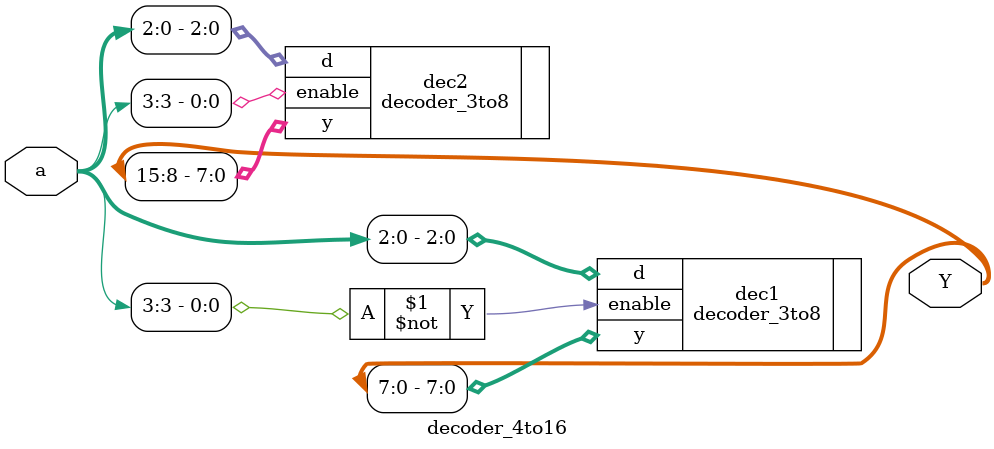
<source format=v>
module decoder_4to16 (a,Y);

input [3:0]a;
output [15:0]Y;

decoder_3to8 dec1(.enable(~a[3]), .d(a[2:0]), .y(Y[7:0]));
decoder_3to8 dec2(.enable(a[3]), .d(a[2:0]), .y(Y[15:8]));
    
endmodule
</source>
